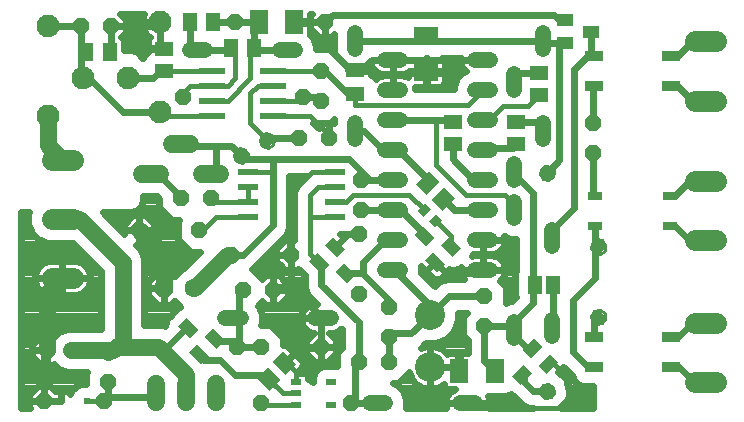
<source format=gbl>
G75*
%MOIN*%
%OFA0B0*%
%FSLAX25Y25*%
%IPPOS*%
%LPD*%
%AMOC8*
5,1,8,0,0,1.08239X$1,22.5*
%
%ADD10R,0.02362X0.02362*%
%ADD11OC8,0.05200*%
%ADD12C,0.05200*%
%ADD13OC8,0.06300*%
%ADD14C,0.06300*%
%ADD15OC8,0.05600*%
%ADD16C,0.07600*%
%ADD17C,0.01120*%
%ADD18C,0.05200*%
%ADD19R,0.06299X0.05118*%
%ADD20R,0.08661X0.02362*%
%ADD21R,0.05906X0.07874*%
%ADD22C,0.07050*%
%ADD23R,0.05118X0.06299*%
%ADD24R,0.05906X0.05118*%
%ADD25R,0.02756X0.03543*%
%ADD26C,0.06000*%
%ADD27R,0.04600X0.06300*%
%ADD28R,0.07087X0.02362*%
%ADD29R,0.03937X0.05512*%
%ADD30R,0.05118X0.05906*%
%ADD31R,0.06299X0.03543*%
%ADD32R,0.03600X0.02100*%
%ADD33R,0.05512X0.03937*%
%ADD34R,0.07874X0.05906*%
%ADD35R,0.04724X0.03150*%
%ADD36C,0.10000*%
%ADD37C,0.05600*%
%ADD38C,0.02400*%
%ADD39C,0.01600*%
D10*
X0064599Y0048155D03*
X0073260Y0048155D03*
D11*
X0059930Y0065030D03*
D12*
X0067930Y0065030D03*
D13*
X0098930Y0085655D03*
D14*
X0108930Y0085655D03*
D15*
X0125180Y0085030D03*
X0135180Y0085030D03*
X0141430Y0096905D03*
X0121430Y0096905D03*
X0110805Y0105030D03*
X0114555Y0115655D03*
X0104555Y0115655D03*
X0090805Y0105030D03*
X0076430Y0073780D03*
X0080180Y0064405D03*
X0080180Y0054405D03*
X0078930Y0048155D03*
X0058930Y0048155D03*
X0093305Y0066280D03*
X0123305Y0066280D03*
X0131430Y0066280D03*
X0151430Y0066280D03*
X0163930Y0061280D03*
X0173930Y0061280D03*
X0173930Y0069405D03*
X0173930Y0079405D03*
X0163930Y0083780D03*
X0163930Y0103780D03*
X0164555Y0111905D03*
X0164555Y0121905D03*
X0153930Y0135655D03*
X0143930Y0135655D03*
X0151430Y0148155D03*
X0145180Y0149405D03*
X0151430Y0158155D03*
X0152680Y0174405D03*
X0122680Y0174405D03*
X0105180Y0149405D03*
X0081430Y0173155D03*
X0071430Y0173155D03*
X0205805Y0083155D03*
X0205805Y0073155D03*
X0161430Y0047530D03*
X0131430Y0047530D03*
X0242055Y0130655D03*
X0242055Y0140655D03*
D16*
X0097680Y0144405D03*
X0087055Y0155655D03*
X0072055Y0155655D03*
X0060180Y0143155D03*
X0060180Y0173155D03*
X0097680Y0174405D03*
D17*
X0131417Y0135273D02*
X0130857Y0134713D01*
X0131338Y0136506D01*
X0132943Y0137433D01*
X0134736Y0136952D01*
X0135663Y0135347D01*
X0135182Y0133554D01*
X0133577Y0132627D01*
X0131784Y0133108D01*
X0130857Y0134713D01*
X0131759Y0134832D01*
X0132059Y0135952D01*
X0133062Y0136531D01*
X0134182Y0136231D01*
X0134761Y0135228D01*
X0134461Y0134108D01*
X0133458Y0133529D01*
X0132338Y0133829D01*
X0131759Y0134832D01*
X0132660Y0134951D01*
X0132780Y0135399D01*
X0133181Y0135630D01*
X0133629Y0135510D01*
X0133860Y0135109D01*
X0133740Y0134661D01*
X0133339Y0134430D01*
X0132891Y0134550D01*
X0132660Y0134951D01*
X0122756Y0130273D02*
X0122196Y0129713D01*
X0122677Y0131506D01*
X0124282Y0132433D01*
X0126075Y0131952D01*
X0127002Y0130347D01*
X0126521Y0128554D01*
X0124916Y0127627D01*
X0123123Y0128108D01*
X0122196Y0129713D01*
X0123098Y0129832D01*
X0123398Y0130952D01*
X0124401Y0131531D01*
X0125521Y0131231D01*
X0126100Y0130228D01*
X0125800Y0129108D01*
X0124797Y0128529D01*
X0123677Y0128829D01*
X0123098Y0129832D01*
X0123999Y0129951D01*
X0124119Y0130399D01*
X0124520Y0130630D01*
X0124968Y0130510D01*
X0125199Y0130109D01*
X0125079Y0129661D01*
X0124678Y0129430D01*
X0124230Y0129550D01*
X0123999Y0129951D01*
X0226611Y0125998D02*
X0226051Y0126558D01*
X0227879Y0126236D01*
X0228942Y0124717D01*
X0228620Y0122889D01*
X0227101Y0121826D01*
X0225273Y0122148D01*
X0224210Y0123667D01*
X0224532Y0125495D01*
X0226051Y0126558D01*
X0226248Y0125670D01*
X0227390Y0125469D01*
X0228054Y0124520D01*
X0227853Y0123378D01*
X0226904Y0122714D01*
X0225762Y0122915D01*
X0225098Y0123864D01*
X0225299Y0125006D01*
X0226248Y0125670D01*
X0226445Y0124783D01*
X0226902Y0124702D01*
X0227167Y0124323D01*
X0227086Y0123866D01*
X0226707Y0123601D01*
X0226250Y0123682D01*
X0225985Y0124061D01*
X0226066Y0124518D01*
X0226445Y0124783D01*
X0243818Y0101424D02*
X0243258Y0101984D01*
X0245086Y0101662D01*
X0246149Y0100143D01*
X0245827Y0098315D01*
X0244308Y0097252D01*
X0242480Y0097574D01*
X0241417Y0099093D01*
X0241739Y0100921D01*
X0243258Y0101984D01*
X0243455Y0101096D01*
X0244597Y0100895D01*
X0245261Y0099946D01*
X0245060Y0098804D01*
X0244111Y0098140D01*
X0242969Y0098341D01*
X0242305Y0099290D01*
X0242506Y0100432D01*
X0243455Y0101096D01*
X0243652Y0100209D01*
X0244109Y0100128D01*
X0244374Y0099749D01*
X0244293Y0099292D01*
X0243914Y0099027D01*
X0243457Y0099108D01*
X0243192Y0099487D01*
X0243273Y0099944D01*
X0243652Y0100209D01*
X0242299Y0075324D02*
X0241739Y0074764D01*
X0241417Y0076592D01*
X0242480Y0078111D01*
X0244308Y0078433D01*
X0245827Y0077370D01*
X0246149Y0075542D01*
X0245086Y0074023D01*
X0243258Y0073701D01*
X0241739Y0074764D01*
X0242506Y0075253D01*
X0242305Y0076395D01*
X0242969Y0077344D01*
X0244111Y0077545D01*
X0245060Y0076881D01*
X0245261Y0075739D01*
X0244597Y0074790D01*
X0243455Y0074589D01*
X0242506Y0075253D01*
X0243273Y0075741D01*
X0243192Y0076198D01*
X0243457Y0076577D01*
X0243914Y0076658D01*
X0244293Y0076393D01*
X0244374Y0075936D01*
X0244109Y0075557D01*
X0243652Y0075476D01*
X0243273Y0075741D01*
X0225092Y0050750D02*
X0224532Y0050190D01*
X0224210Y0052018D01*
X0225273Y0053537D01*
X0227101Y0053859D01*
X0228620Y0052796D01*
X0228942Y0050968D01*
X0227879Y0049449D01*
X0226051Y0049127D01*
X0224532Y0050190D01*
X0225299Y0050679D01*
X0225098Y0051821D01*
X0225762Y0052770D01*
X0226904Y0052971D01*
X0227853Y0052307D01*
X0228054Y0051165D01*
X0227390Y0050216D01*
X0226248Y0050015D01*
X0225299Y0050679D01*
X0226066Y0051167D01*
X0225985Y0051624D01*
X0226250Y0052003D01*
X0226707Y0052084D01*
X0227086Y0051819D01*
X0227167Y0051362D01*
X0226902Y0050983D01*
X0226445Y0050902D01*
X0226066Y0051167D01*
D18*
X0202780Y0047530D02*
X0197580Y0047530D01*
X0172780Y0047530D02*
X0167580Y0047530D01*
X0154655Y0075655D02*
X0149455Y0075655D01*
X0124655Y0075655D02*
X0119455Y0075655D01*
X0172580Y0091905D02*
X0177780Y0091905D01*
X0177780Y0101905D02*
X0172580Y0101905D01*
X0172580Y0111905D02*
X0177780Y0111905D01*
X0177780Y0121905D02*
X0172580Y0121905D01*
X0172580Y0131905D02*
X0177780Y0131905D01*
X0177780Y0141905D02*
X0172580Y0141905D01*
X0162680Y0140755D02*
X0162680Y0135555D01*
X0172580Y0151905D02*
X0177780Y0151905D01*
X0177780Y0161905D02*
X0172580Y0161905D01*
X0162680Y0165555D02*
X0162680Y0170755D01*
X0142780Y0165030D02*
X0137580Y0165030D01*
X0112780Y0165030D02*
X0107580Y0165030D01*
X0202580Y0161905D02*
X0207780Y0161905D01*
X0215805Y0157005D02*
X0215805Y0151805D01*
X0207780Y0151905D02*
X0202580Y0151905D01*
X0202580Y0141905D02*
X0207780Y0141905D01*
X0207780Y0131905D02*
X0202580Y0131905D01*
X0215805Y0127005D02*
X0215805Y0121805D01*
X0207780Y0121905D02*
X0202580Y0121905D01*
X0215805Y0114505D02*
X0215805Y0109305D01*
X0207780Y0111905D02*
X0202580Y0111905D01*
X0202580Y0101905D02*
X0207780Y0101905D01*
X0207780Y0091905D02*
X0202580Y0091905D01*
X0228305Y0099930D02*
X0228305Y0105130D01*
X0225180Y0135555D02*
X0225180Y0140755D01*
X0225180Y0165555D02*
X0225180Y0170755D01*
X0228305Y0075130D02*
X0228305Y0069930D01*
X0215805Y0069305D02*
X0215805Y0074505D01*
D19*
X0162680Y0150468D03*
X0162680Y0158342D03*
D20*
X0135416Y0158155D03*
X0135416Y0153155D03*
X0135416Y0148155D03*
X0135416Y0143155D03*
X0114943Y0143155D03*
X0114943Y0148155D03*
X0114943Y0153155D03*
X0114943Y0158155D03*
D21*
X0130524Y0174405D03*
X0142335Y0174405D03*
X0197399Y0058155D03*
X0209210Y0058155D03*
D22*
X0276030Y0054563D02*
X0283080Y0054563D01*
X0283080Y0074248D02*
X0276030Y0074248D01*
X0276030Y0101750D02*
X0283080Y0101750D01*
X0283080Y0121435D02*
X0276030Y0121435D01*
X0276030Y0148313D02*
X0283080Y0148313D01*
X0283080Y0167998D02*
X0276030Y0167998D01*
X0068626Y0128465D02*
X0061576Y0128465D01*
X0061576Y0108780D02*
X0068626Y0108780D01*
X0068626Y0089095D02*
X0061576Y0089095D01*
D23*
X0073118Y0164405D03*
X0080992Y0164405D03*
X0107493Y0174405D03*
X0115367Y0174405D03*
X0121243Y0165655D03*
X0129117Y0165655D03*
D24*
X0098930Y0165645D03*
X0098930Y0158165D03*
X0195180Y0141270D03*
X0195180Y0133790D03*
X0216430Y0133790D03*
X0216430Y0141270D03*
X0223930Y0150040D03*
X0223930Y0157520D03*
D25*
G36*
X0186147Y0114066D02*
X0188096Y0112117D01*
X0185593Y0109614D01*
X0183644Y0111563D01*
X0186147Y0114066D01*
G37*
G36*
X0189766Y0110447D02*
X0191715Y0108498D01*
X0189212Y0105995D01*
X0187263Y0107944D01*
X0189766Y0110447D01*
G37*
D26*
X0117555Y0123780D02*
X0111555Y0123780D01*
X0097555Y0123780D02*
X0091555Y0123780D01*
X0101555Y0133780D02*
X0107555Y0133780D01*
X0106430Y0053655D02*
X0106430Y0047655D01*
X0116430Y0047655D02*
X0116430Y0053655D01*
X0096430Y0053655D02*
X0096430Y0047655D01*
D27*
X0222805Y0086905D03*
X0228805Y0086905D03*
D28*
X0155997Y0109405D03*
X0155997Y0114405D03*
X0155997Y0119405D03*
X0155997Y0124405D03*
X0126863Y0124405D03*
X0126863Y0119405D03*
X0126863Y0114405D03*
X0126863Y0109405D03*
D29*
G36*
X0154063Y0093641D02*
X0151280Y0090858D01*
X0147383Y0094755D01*
X0150166Y0097538D01*
X0154063Y0093641D01*
G37*
G36*
X0162832Y0090161D02*
X0160049Y0087378D01*
X0156152Y0091275D01*
X0158935Y0094058D01*
X0162832Y0090161D01*
G37*
G36*
X0159352Y0098930D02*
X0156569Y0096147D01*
X0152672Y0100044D01*
X0155455Y0102827D01*
X0159352Y0098930D01*
G37*
G36*
X0182527Y0103649D02*
X0185310Y0106432D01*
X0189207Y0102535D01*
X0186424Y0099752D01*
X0182527Y0103649D01*
G37*
G36*
X0186007Y0094880D02*
X0188790Y0097663D01*
X0192687Y0093766D01*
X0189904Y0090983D01*
X0186007Y0094880D01*
G37*
G36*
X0191297Y0100170D02*
X0194080Y0102953D01*
X0197977Y0099056D01*
X0195194Y0096273D01*
X0191297Y0100170D01*
G37*
G36*
X0221290Y0062397D02*
X0218507Y0065180D01*
X0222404Y0069077D01*
X0225187Y0066294D01*
X0221290Y0062397D01*
G37*
G36*
X0226580Y0057108D02*
X0223797Y0059891D01*
X0227694Y0063788D01*
X0230477Y0061005D01*
X0226580Y0057108D01*
G37*
G36*
X0217810Y0053628D02*
X0215027Y0056411D01*
X0218924Y0060308D01*
X0221707Y0057525D01*
X0217810Y0053628D01*
G37*
G36*
X0112547Y0069545D02*
X0115330Y0072328D01*
X0119227Y0068431D01*
X0116444Y0065648D01*
X0112547Y0069545D01*
G37*
G36*
X0103777Y0073024D02*
X0106560Y0075807D01*
X0110457Y0071910D01*
X0107674Y0069127D01*
X0103777Y0073024D01*
G37*
G36*
X0107257Y0064255D02*
X0110040Y0067038D01*
X0113937Y0063141D01*
X0111154Y0060358D01*
X0107257Y0064255D01*
G37*
D30*
G36*
X0129888Y0055788D02*
X0133507Y0059407D01*
X0137682Y0055232D01*
X0134063Y0051613D01*
X0129888Y0055788D01*
G37*
G36*
X0135177Y0061078D02*
X0138796Y0064697D01*
X0142971Y0060522D01*
X0139352Y0056903D01*
X0135177Y0061078D01*
G37*
G36*
X0191921Y0111613D02*
X0188302Y0115232D01*
X0192477Y0119407D01*
X0196096Y0115788D01*
X0191921Y0111613D01*
G37*
G36*
X0186632Y0116903D02*
X0183013Y0120522D01*
X0187188Y0124697D01*
X0190807Y0121078D01*
X0186632Y0116903D01*
G37*
D31*
X0242384Y0153155D03*
X0242384Y0163155D03*
X0267975Y0163155D03*
X0267975Y0153155D03*
X0267975Y0069405D03*
X0267975Y0059405D03*
X0242384Y0059405D03*
X0242384Y0069405D03*
D32*
X0154730Y0054355D03*
X0154730Y0046955D03*
X0143130Y0046955D03*
X0143130Y0050655D03*
X0143130Y0054355D03*
D33*
X0232724Y0167540D03*
X0232724Y0175020D03*
X0241385Y0171280D03*
D34*
X0186430Y0169686D03*
X0186430Y0157875D03*
D35*
X0242778Y0116593D03*
X0242778Y0106593D03*
X0267581Y0106593D03*
X0267581Y0116593D03*
D36*
X0187680Y0076905D03*
X0187680Y0059405D03*
D37*
X0121430Y0096905D02*
X0120180Y0096905D01*
X0108930Y0085655D01*
X0098930Y0085655D02*
X0098930Y0096905D01*
X0090805Y0105030D01*
X0085180Y0094405D02*
X0085180Y0066905D01*
X0083930Y0066905D01*
X0083930Y0066280D01*
X0083305Y0066280D02*
X0083930Y0066905D01*
X0083305Y0066280D02*
X0082055Y0065030D01*
X0080805Y0065030D01*
X0080180Y0064405D01*
X0080805Y0065030D02*
X0067930Y0065030D01*
X0059930Y0065030D02*
X0059930Y0073780D01*
X0076430Y0073780D01*
X0083305Y0066280D02*
X0093305Y0066280D01*
X0097055Y0066280D01*
X0098617Y0064718D01*
X0106430Y0056905D01*
X0106430Y0050655D01*
X0059930Y0073780D02*
X0059930Y0083924D01*
X0065101Y0089095D01*
X0070805Y0108780D02*
X0085180Y0094405D01*
X0070805Y0108780D02*
X0065101Y0108780D01*
X0065101Y0128465D02*
X0060180Y0133386D01*
X0060180Y0143155D01*
D38*
X0051430Y0111255D02*
X0051430Y0045855D01*
X0054159Y0045855D01*
X0053930Y0046084D01*
X0053930Y0048155D01*
X0058929Y0048155D01*
X0058929Y0048155D01*
X0053930Y0048155D01*
X0053930Y0050226D01*
X0056859Y0053155D01*
X0058930Y0053155D01*
X0058930Y0048155D01*
X0058930Y0048155D01*
X0064599Y0048155D01*
X0064599Y0048155D01*
X0064599Y0048155D01*
X0064599Y0051536D01*
X0066070Y0051536D01*
X0066629Y0051386D01*
X0067131Y0051097D01*
X0067540Y0050687D01*
X0067736Y0050348D01*
X0068349Y0051829D01*
X0069587Y0053066D01*
X0071204Y0053736D01*
X0072980Y0053736D01*
X0072980Y0057388D01*
X0073422Y0057830D01*
X0066497Y0057830D01*
X0063851Y0058926D01*
X0062233Y0060545D01*
X0061918Y0060230D01*
X0059930Y0060230D01*
X0059930Y0065030D01*
X0059930Y0065030D01*
X0058930Y0065030D01*
X0058930Y0048155D01*
X0063930Y0048155D01*
X0064599Y0048155D01*
X0064599Y0051536D01*
X0063128Y0051536D01*
X0062727Y0051429D01*
X0061001Y0053155D01*
X0058930Y0053155D01*
X0058930Y0048155D01*
X0058930Y0048155D01*
X0058930Y0050249D02*
X0058930Y0050249D01*
X0058930Y0052648D02*
X0058930Y0052648D01*
X0061508Y0052648D02*
X0069168Y0052648D01*
X0072980Y0055046D02*
X0051430Y0055046D01*
X0051430Y0052648D02*
X0056351Y0052648D01*
X0053953Y0050249D02*
X0051430Y0050249D01*
X0051430Y0047851D02*
X0053930Y0047851D01*
X0051430Y0057445D02*
X0073037Y0057445D01*
X0080180Y0054405D02*
X0080180Y0049405D01*
X0095180Y0049405D01*
X0096430Y0050655D01*
X0080180Y0049405D02*
X0078930Y0048155D01*
X0064599Y0050249D02*
X0064599Y0050249D01*
X0062934Y0059843D02*
X0051430Y0059843D01*
X0051430Y0062242D02*
X0055930Y0062242D01*
X0055130Y0063042D02*
X0057941Y0060230D01*
X0059930Y0060230D01*
X0059930Y0065030D01*
X0059930Y0065030D01*
X0059930Y0069830D01*
X0061918Y0069830D01*
X0062233Y0069515D01*
X0063851Y0071134D01*
X0066497Y0072230D01*
X0077980Y0072230D01*
X0077980Y0091423D01*
X0068547Y0100855D01*
X0059999Y0100855D01*
X0057087Y0102062D01*
X0054857Y0104291D01*
X0053651Y0107204D01*
X0053651Y0110357D01*
X0054023Y0111255D01*
X0051430Y0111255D01*
X0051430Y0110212D02*
X0053651Y0110212D01*
X0053651Y0107814D02*
X0051430Y0107814D01*
X0051430Y0105415D02*
X0054392Y0105415D01*
X0056132Y0103016D02*
X0051430Y0103016D01*
X0051430Y0100618D02*
X0068784Y0100618D01*
X0071183Y0098219D02*
X0051430Y0098219D01*
X0051430Y0095821D02*
X0073582Y0095821D01*
X0072355Y0093462D02*
X0071626Y0093992D01*
X0070824Y0094401D01*
X0069966Y0094679D01*
X0069076Y0094820D01*
X0065101Y0094820D01*
X0065101Y0089095D01*
X0065101Y0083370D01*
X0069076Y0083370D01*
X0069966Y0083511D01*
X0070824Y0083790D01*
X0071626Y0084199D01*
X0072355Y0084728D01*
X0072993Y0085366D01*
X0073522Y0086095D01*
X0073931Y0086898D01*
X0074210Y0087755D01*
X0074351Y0088645D01*
X0074351Y0089095D01*
X0065101Y0089095D01*
X0065101Y0089095D01*
X0065101Y0089095D01*
X0065101Y0083370D01*
X0061125Y0083370D01*
X0060235Y0083511D01*
X0059378Y0083790D01*
X0058575Y0084199D01*
X0057846Y0084728D01*
X0057209Y0085366D01*
X0056679Y0086095D01*
X0056270Y0086898D01*
X0055992Y0087755D01*
X0055851Y0088645D01*
X0055851Y0089095D01*
X0065101Y0089095D01*
X0074351Y0089095D01*
X0074351Y0089546D01*
X0074210Y0090436D01*
X0073931Y0091293D01*
X0073522Y0092096D01*
X0072993Y0092825D01*
X0072355Y0093462D01*
X0072395Y0093422D02*
X0075980Y0093422D01*
X0074019Y0091024D02*
X0077980Y0091024D01*
X0077980Y0088625D02*
X0074348Y0088625D01*
X0073590Y0086227D02*
X0077980Y0086227D01*
X0077980Y0083828D02*
X0070900Y0083828D01*
X0065101Y0083828D02*
X0065101Y0083828D01*
X0065101Y0086227D02*
X0065101Y0086227D01*
X0065101Y0088625D02*
X0065101Y0088625D01*
X0065101Y0089095D02*
X0065101Y0089095D01*
X0065101Y0089095D01*
X0055851Y0089095D01*
X0055851Y0089546D01*
X0055992Y0090436D01*
X0056270Y0091293D01*
X0056679Y0092096D01*
X0057209Y0092825D01*
X0057846Y0093462D01*
X0058575Y0093992D01*
X0059378Y0094401D01*
X0060235Y0094679D01*
X0061125Y0094820D01*
X0065101Y0094820D01*
X0065101Y0089095D01*
X0065101Y0091024D02*
X0065101Y0091024D01*
X0065101Y0093422D02*
X0065101Y0093422D01*
X0057807Y0093422D02*
X0051430Y0093422D01*
X0051430Y0091024D02*
X0056183Y0091024D01*
X0055854Y0088625D02*
X0051430Y0088625D01*
X0051430Y0086227D02*
X0056612Y0086227D01*
X0059302Y0083828D02*
X0051430Y0083828D01*
X0051430Y0081430D02*
X0077980Y0081430D01*
X0077980Y0079031D02*
X0051430Y0079031D01*
X0051430Y0076633D02*
X0077980Y0076633D01*
X0077980Y0074234D02*
X0051430Y0074234D01*
X0051430Y0071836D02*
X0065545Y0071836D01*
X0059930Y0069830D02*
X0057941Y0069830D01*
X0055130Y0067018D01*
X0055130Y0065030D01*
X0055130Y0063042D01*
X0055130Y0064640D02*
X0051430Y0064640D01*
X0051430Y0067039D02*
X0055150Y0067039D01*
X0055130Y0065030D02*
X0059929Y0065030D01*
X0055130Y0065030D01*
X0059929Y0065030D02*
X0059929Y0065030D01*
X0059930Y0065030D02*
X0059930Y0069830D01*
X0059930Y0069437D02*
X0059930Y0069437D01*
X0057549Y0069437D02*
X0051430Y0069437D01*
X0059930Y0067039D02*
X0059930Y0067039D01*
X0059930Y0064640D02*
X0059930Y0064640D01*
X0059930Y0062242D02*
X0059930Y0062242D01*
X0092380Y0073480D02*
X0092380Y0095837D01*
X0091283Y0098484D01*
X0089737Y0100030D01*
X0090805Y0100030D01*
X0092876Y0100030D01*
X0095805Y0102959D01*
X0095805Y0105030D01*
X0090805Y0105030D01*
X0090805Y0105030D01*
X0090805Y0100030D01*
X0090805Y0105030D01*
X0090805Y0105030D01*
X0095805Y0105030D01*
X0095805Y0107101D01*
X0092876Y0110030D01*
X0090805Y0110030D01*
X0090805Y0105030D01*
X0090805Y0105030D01*
X0090804Y0105030D02*
X0085805Y0105030D01*
X0085805Y0103962D01*
X0078512Y0111255D01*
X0088305Y0111255D01*
X0089922Y0111925D01*
X0091160Y0113163D01*
X0091830Y0114780D01*
X0091830Y0116380D01*
X0096535Y0116380D01*
X0097355Y0115561D01*
X0097355Y0112673D01*
X0101572Y0108455D01*
X0104047Y0108455D01*
X0103605Y0108013D01*
X0103605Y0102048D01*
X0107822Y0097830D01*
X0110922Y0097830D01*
X0105498Y0092406D01*
X0104653Y0092056D01*
X0102529Y0089932D01*
X0102438Y0089713D01*
X0101146Y0091005D01*
X0098930Y0091005D01*
X0098930Y0085655D01*
X0098930Y0080305D01*
X0101146Y0080305D01*
X0102438Y0081598D01*
X0102529Y0081378D01*
X0104281Y0079626D01*
X0104068Y0079538D01*
X0100047Y0075517D01*
X0099377Y0073899D01*
X0099377Y0073397D01*
X0099175Y0073195D01*
X0098487Y0073480D01*
X0092380Y0073480D01*
X0092380Y0074234D02*
X0099515Y0074234D01*
X0101163Y0076633D02*
X0092380Y0076633D01*
X0092380Y0079031D02*
X0103561Y0079031D01*
X0102508Y0081430D02*
X0102270Y0081430D01*
X0098930Y0081430D02*
X0098930Y0081430D01*
X0098930Y0080305D02*
X0096714Y0080305D01*
X0093580Y0083439D01*
X0093580Y0085655D01*
X0098929Y0085655D01*
X0098929Y0085655D01*
X0093580Y0085655D01*
X0093580Y0087871D01*
X0096714Y0091005D01*
X0098930Y0091005D01*
X0098930Y0085655D01*
X0098930Y0085655D01*
X0098930Y0080305D01*
X0095589Y0081430D02*
X0092380Y0081430D01*
X0092380Y0083828D02*
X0093580Y0083828D01*
X0093580Y0086227D02*
X0092380Y0086227D01*
X0092380Y0088625D02*
X0094334Y0088625D01*
X0092380Y0091024D02*
X0103621Y0091024D01*
X0106515Y0093422D02*
X0092380Y0093422D01*
X0092380Y0095821D02*
X0108913Y0095821D01*
X0107433Y0098219D02*
X0091393Y0098219D01*
X0090805Y0100618D02*
X0090805Y0100618D01*
X0090805Y0103016D02*
X0090805Y0103016D01*
X0090804Y0105030D02*
X0090804Y0105030D01*
X0085805Y0105030D01*
X0085805Y0107101D01*
X0088734Y0110030D01*
X0090805Y0110030D01*
X0090805Y0105030D01*
X0090805Y0105415D02*
X0090805Y0105415D01*
X0090805Y0107814D02*
X0090805Y0107814D01*
X0095092Y0107814D02*
X0103605Y0107814D01*
X0103605Y0105415D02*
X0095805Y0105415D01*
X0095805Y0103016D02*
X0103605Y0103016D01*
X0105034Y0100618D02*
X0093463Y0100618D01*
X0085805Y0105415D02*
X0084352Y0105415D01*
X0086517Y0107814D02*
X0081954Y0107814D01*
X0079555Y0110212D02*
X0099815Y0110212D01*
X0097417Y0112611D02*
X0090607Y0112611D01*
X0091830Y0115009D02*
X0097355Y0115009D01*
X0104555Y0115655D02*
X0104555Y0116280D01*
X0097055Y0123780D01*
X0094555Y0123780D01*
X0104555Y0133155D02*
X0104555Y0133780D01*
X0104555Y0133155D02*
X0116430Y0133155D01*
X0121474Y0133155D01*
X0124599Y0130030D01*
X0124599Y0128780D01*
X0135180Y0128780D01*
X0135180Y0125655D01*
X0135180Y0106905D01*
X0125180Y0096905D01*
X0121430Y0096905D01*
X0128269Y0092123D02*
X0128352Y0092158D01*
X0129927Y0093733D01*
X0139927Y0103733D01*
X0140780Y0105791D01*
X0140780Y0123180D01*
X0146601Y0123180D01*
X0143271Y0119851D01*
X0142480Y0117940D01*
X0142480Y0101905D01*
X0141430Y0101905D01*
X0141430Y0096905D01*
X0141430Y0091905D01*
X0143501Y0091905D01*
X0143755Y0092159D01*
X0145830Y0090084D01*
X0145830Y0085791D01*
X0146682Y0083733D01*
X0148257Y0082158D01*
X0149960Y0080455D01*
X0149077Y0080455D01*
X0148331Y0080337D01*
X0147612Y0080104D01*
X0146939Y0079761D01*
X0146328Y0079316D01*
X0145793Y0078782D01*
X0145349Y0078171D01*
X0145006Y0077498D01*
X0144773Y0076779D01*
X0144655Y0076033D01*
X0144655Y0075655D01*
X0144655Y0075277D01*
X0144773Y0074531D01*
X0145006Y0073813D01*
X0145349Y0073139D01*
X0145793Y0072528D01*
X0146328Y0071994D01*
X0146939Y0071550D01*
X0147612Y0071207D01*
X0148331Y0070973D01*
X0148953Y0070875D01*
X0146430Y0068351D01*
X0146430Y0066280D01*
X0146430Y0064209D01*
X0149359Y0061280D01*
X0151430Y0061280D01*
X0153501Y0061280D01*
X0156430Y0064209D01*
X0156430Y0066280D01*
X0151430Y0066280D01*
X0151430Y0066280D01*
X0151430Y0061280D01*
X0151430Y0066280D01*
X0151430Y0066280D01*
X0156430Y0066280D01*
X0156430Y0068351D01*
X0153926Y0070855D01*
X0155032Y0070855D01*
X0155779Y0070973D01*
X0156497Y0071207D01*
X0157170Y0071550D01*
X0157782Y0071994D01*
X0158101Y0072314D01*
X0158330Y0072086D01*
X0158330Y0065863D01*
X0156730Y0064263D01*
X0156730Y0059805D01*
X0152054Y0059805D01*
X0150437Y0059135D01*
X0149199Y0057898D01*
X0148530Y0056280D01*
X0148530Y0054328D01*
X0147422Y0055435D01*
X0147130Y0055556D01*
X0147130Y0055695D01*
X0146980Y0056254D01*
X0146690Y0056756D01*
X0146280Y0057166D01*
X0145779Y0057455D01*
X0145219Y0057605D01*
X0143167Y0057605D01*
X0144732Y0059171D01*
X0145022Y0059672D01*
X0145172Y0060232D01*
X0145172Y0060811D01*
X0145022Y0061371D01*
X0144732Y0061872D01*
X0142496Y0064109D01*
X0139187Y0060800D01*
X0139074Y0060912D01*
X0142383Y0064221D01*
X0140147Y0066458D01*
X0139645Y0066747D01*
X0139086Y0066897D01*
X0138630Y0066897D01*
X0138630Y0069263D01*
X0134412Y0073480D01*
X0131330Y0073480D01*
X0131655Y0074263D01*
X0131655Y0077048D01*
X0130589Y0079620D01*
X0130270Y0079939D01*
X0131735Y0081404D01*
X0133109Y0080030D01*
X0135180Y0080030D01*
X0137251Y0080030D01*
X0140180Y0082959D01*
X0140180Y0085030D01*
X0135180Y0085030D01*
X0135180Y0085030D01*
X0135180Y0080030D01*
X0135180Y0085030D01*
X0135180Y0085030D01*
X0140180Y0085030D01*
X0140180Y0087101D01*
X0137251Y0090030D01*
X0135180Y0090030D01*
X0135180Y0085030D01*
X0135180Y0086280D01*
X0141430Y0086280D01*
X0141430Y0096905D01*
X0141430Y0096905D01*
X0141430Y0095655D01*
X0141430Y0095821D02*
X0141430Y0095821D01*
X0141430Y0096905D02*
X0141430Y0091905D01*
X0139359Y0091905D01*
X0136430Y0094834D01*
X0136430Y0096905D01*
X0141429Y0096905D01*
X0141429Y0096905D01*
X0136430Y0096905D01*
X0136430Y0098976D01*
X0139359Y0101905D01*
X0141430Y0101905D01*
X0141430Y0096905D01*
X0141430Y0096905D01*
X0141430Y0098219D02*
X0141430Y0098219D01*
X0141430Y0100618D02*
X0141430Y0100618D01*
X0142480Y0103016D02*
X0139210Y0103016D01*
X0138071Y0100618D02*
X0136812Y0100618D01*
X0136430Y0098219D02*
X0134413Y0098219D01*
X0136430Y0095821D02*
X0132015Y0095821D01*
X0129616Y0093422D02*
X0137841Y0093422D01*
X0141430Y0093422D02*
X0141430Y0093422D01*
X0144890Y0091024D02*
X0129368Y0091024D01*
X0128269Y0092123D02*
X0131735Y0088657D01*
X0133109Y0090030D01*
X0135180Y0090030D01*
X0135180Y0085030D01*
X0135180Y0085030D01*
X0135180Y0086227D02*
X0135180Y0086227D01*
X0135180Y0088625D02*
X0135180Y0088625D01*
X0138655Y0088625D02*
X0145830Y0088625D01*
X0145830Y0086227D02*
X0140180Y0086227D01*
X0141430Y0086280D02*
X0152055Y0075655D01*
X0151430Y0075655D01*
X0151430Y0066280D01*
X0150805Y0065655D01*
X0143305Y0065655D01*
X0143305Y0065030D01*
X0139074Y0060800D01*
X0140404Y0062242D02*
X0140629Y0062242D01*
X0141964Y0064640D02*
X0146430Y0064640D01*
X0146430Y0066280D02*
X0151429Y0066280D01*
X0151429Y0066280D01*
X0146430Y0066280D01*
X0146430Y0067039D02*
X0138630Y0067039D01*
X0138455Y0069437D02*
X0147516Y0069437D01*
X0146545Y0071836D02*
X0136056Y0071836D01*
X0131643Y0074234D02*
X0144869Y0074234D01*
X0144655Y0075655D02*
X0152054Y0075655D01*
X0152054Y0075655D01*
X0144655Y0075655D01*
X0144750Y0076633D02*
X0131655Y0076633D01*
X0130833Y0079031D02*
X0146043Y0079031D01*
X0148985Y0081430D02*
X0138650Y0081430D01*
X0140180Y0083828D02*
X0146643Y0083828D01*
X0151430Y0086905D02*
X0151430Y0093491D01*
X0150723Y0094198D01*
X0156012Y0099487D02*
X0160305Y0103780D01*
X0163930Y0103780D01*
X0163929Y0103780D02*
X0158930Y0103780D01*
X0158930Y0102465D01*
X0157570Y0103824D01*
X0158930Y0103824D01*
X0158930Y0103780D01*
X0163929Y0103780D01*
X0163929Y0103780D01*
X0158930Y0103016D02*
X0158378Y0103016D01*
X0164555Y0111905D02*
X0175180Y0111905D01*
X0177680Y0111905D01*
X0185867Y0103717D01*
X0185867Y0103092D01*
X0175180Y0101905D02*
X0172680Y0101905D01*
X0165180Y0094405D01*
X0165180Y0090781D01*
X0165117Y0090718D01*
X0159492Y0090718D01*
X0165117Y0090718D02*
X0173930Y0081905D01*
X0173930Y0079405D01*
X0163930Y0074405D02*
X0151430Y0086905D01*
X0135180Y0083828D02*
X0135180Y0083828D01*
X0135180Y0081430D02*
X0135180Y0081430D01*
X0125180Y0085030D02*
X0123930Y0085030D01*
X0123930Y0075655D01*
X0122055Y0075655D01*
X0123930Y0075655D02*
X0123930Y0068155D01*
X0115887Y0068155D01*
X0115887Y0068988D01*
X0110597Y0063698D02*
X0112390Y0061905D01*
X0117680Y0061905D01*
X0122680Y0056905D01*
X0132390Y0056905D01*
X0133785Y0055510D01*
X0145068Y0059843D02*
X0156730Y0059843D01*
X0156730Y0062242D02*
X0154462Y0062242D01*
X0151430Y0062242D02*
X0151430Y0062242D01*
X0151430Y0064640D02*
X0151430Y0064640D01*
X0148397Y0062242D02*
X0144363Y0062242D01*
X0145797Y0057445D02*
X0149012Y0057445D01*
X0148530Y0055046D02*
X0147811Y0055046D01*
X0156430Y0064640D02*
X0157107Y0064640D01*
X0156430Y0067039D02*
X0158330Y0067039D01*
X0158330Y0069437D02*
X0155344Y0069437D01*
X0157564Y0071836D02*
X0158330Y0071836D01*
X0163930Y0074405D02*
X0163930Y0061280D01*
X0162680Y0060030D01*
X0162680Y0047530D01*
X0161430Y0047530D01*
X0162680Y0047530D02*
X0170180Y0047530D01*
X0175258Y0054080D02*
X0176912Y0054080D01*
X0180651Y0057819D01*
X0180847Y0057086D01*
X0181208Y0056214D01*
X0181680Y0055396D01*
X0182255Y0054648D01*
X0182922Y0053980D01*
X0183671Y0053406D01*
X0184488Y0052934D01*
X0185360Y0052573D01*
X0186272Y0052328D01*
X0187208Y0052205D01*
X0187680Y0052205D01*
X0187680Y0059405D01*
X0187680Y0059405D01*
X0197399Y0059405D01*
X0197399Y0058155D01*
X0197123Y0058432D02*
X0197123Y0064292D01*
X0194157Y0064292D01*
X0193597Y0064142D01*
X0193267Y0063951D01*
X0193104Y0064163D01*
X0192437Y0064830D01*
X0191688Y0065405D01*
X0190871Y0065877D01*
X0189999Y0066238D01*
X0189087Y0066482D01*
X0188152Y0066605D01*
X0187680Y0066605D01*
X0187680Y0059405D01*
X0187680Y0052205D01*
X0188152Y0052205D01*
X0189087Y0052328D01*
X0189999Y0052573D01*
X0190871Y0052934D01*
X0191688Y0053406D01*
X0192267Y0053850D01*
X0192396Y0053369D01*
X0192686Y0052867D01*
X0193096Y0052458D01*
X0193597Y0052168D01*
X0194157Y0052018D01*
X0195859Y0052018D01*
X0195737Y0051979D01*
X0195064Y0051636D01*
X0194453Y0051191D01*
X0193918Y0050657D01*
X0193474Y0050046D01*
X0193131Y0049373D01*
X0192898Y0048654D01*
X0192780Y0047908D01*
X0192780Y0047530D01*
X0192780Y0047152D01*
X0192898Y0046406D01*
X0193077Y0045855D01*
X0179663Y0045855D01*
X0179780Y0046138D01*
X0179780Y0048923D01*
X0178714Y0051495D01*
X0176745Y0053464D01*
X0175258Y0054080D01*
X0177562Y0052648D02*
X0185179Y0052648D01*
X0187680Y0052648D02*
X0187680Y0052648D01*
X0187680Y0055046D02*
X0187680Y0055046D01*
X0187680Y0057445D02*
X0187680Y0057445D01*
X0187680Y0059405D02*
X0187680Y0066605D01*
X0187208Y0066605D01*
X0186272Y0066482D01*
X0185360Y0066238D01*
X0184629Y0065935D01*
X0186199Y0067505D01*
X0189549Y0067505D01*
X0193004Y0068936D01*
X0195649Y0071581D01*
X0197080Y0075035D01*
X0197080Y0077555D01*
X0200022Y0077555D01*
X0198605Y0076138D01*
X0198605Y0070173D01*
X0200205Y0068573D01*
X0200205Y0064292D01*
X0197675Y0064292D01*
X0197675Y0058432D01*
X0197123Y0058432D01*
X0197123Y0059843D02*
X0197675Y0059843D01*
X0197675Y0062242D02*
X0197123Y0062242D01*
X0200205Y0064640D02*
X0192627Y0064640D01*
X0187680Y0064640D02*
X0187680Y0064640D01*
X0187680Y0062242D02*
X0187680Y0062242D01*
X0187680Y0059843D02*
X0187680Y0059843D01*
X0187680Y0059405D02*
X0187680Y0059405D01*
X0181949Y0055046D02*
X0177878Y0055046D01*
X0180277Y0057445D02*
X0180751Y0057445D01*
X0179230Y0050249D02*
X0193622Y0050249D01*
X0192905Y0052648D02*
X0190180Y0052648D01*
X0192780Y0047851D02*
X0179780Y0047851D01*
X0192780Y0047530D02*
X0200179Y0047530D01*
X0200179Y0047530D01*
X0192780Y0047530D01*
X0197680Y0047530D02*
X0200180Y0047530D01*
X0200180Y0047530D01*
X0207580Y0047530D01*
X0207580Y0047152D01*
X0207461Y0046406D01*
X0207282Y0045855D01*
X0222075Y0045855D01*
X0222021Y0045893D01*
X0220728Y0045893D01*
X0218670Y0046745D01*
X0215659Y0049756D01*
X0215318Y0049897D01*
X0214691Y0050524D01*
X0214655Y0050488D01*
X0213038Y0049818D01*
X0207001Y0049818D01*
X0207228Y0049373D01*
X0207461Y0048654D01*
X0207580Y0047908D01*
X0207580Y0047530D01*
X0200180Y0047530D01*
X0207580Y0047851D02*
X0217564Y0047851D01*
X0214966Y0050249D02*
X0214079Y0050249D01*
X0218930Y0054405D02*
X0218930Y0056406D01*
X0218367Y0056968D01*
X0219226Y0056968D01*
X0218930Y0054405D02*
X0221842Y0051493D01*
X0226576Y0051493D01*
X0232815Y0047851D02*
X0242030Y0047851D01*
X0242030Y0045855D02*
X0231418Y0045855D01*
X0234184Y0049806D01*
X0233149Y0055680D01*
X0230276Y0057692D01*
X0232125Y0059541D01*
X0234835Y0056830D01*
X0234835Y0056758D01*
X0235505Y0055141D01*
X0236742Y0053903D01*
X0238360Y0053234D01*
X0242030Y0053234D01*
X0242030Y0045855D01*
X0242030Y0050249D02*
X0234106Y0050249D01*
X0233683Y0052648D02*
X0242030Y0052648D01*
X0242384Y0059405D02*
X0240180Y0059405D01*
X0235180Y0064405D01*
X0235180Y0081905D01*
X0242533Y0089259D01*
X0242533Y0099405D01*
X0242746Y0099618D01*
X0243783Y0099618D01*
X0242533Y0099405D02*
X0242533Y0106348D01*
X0242778Y0106593D01*
X0242055Y0106593D01*
X0235805Y0112530D02*
X0228305Y0105030D01*
X0228305Y0102530D01*
X0216455Y0102305D02*
X0216455Y0091775D01*
X0216105Y0090930D01*
X0216105Y0082880D01*
X0216179Y0082700D01*
X0214985Y0081505D01*
X0214412Y0081505D01*
X0213005Y0080922D01*
X0213005Y0086138D01*
X0210902Y0088240D01*
X0210907Y0088244D01*
X0211441Y0088778D01*
X0211885Y0089389D01*
X0212228Y0090063D01*
X0212461Y0090781D01*
X0212580Y0091527D01*
X0212580Y0091905D01*
X0205180Y0091905D01*
X0205180Y0091905D01*
X0205180Y0090355D01*
X0205180Y0090355D01*
X0205180Y0091905D01*
X0205180Y0091905D01*
X0212580Y0091905D01*
X0212580Y0092283D01*
X0212461Y0093029D01*
X0212228Y0093748D01*
X0211885Y0094421D01*
X0211441Y0095032D01*
X0210907Y0095566D01*
X0210295Y0096011D01*
X0209622Y0096354D01*
X0208904Y0096587D01*
X0208157Y0096705D01*
X0205180Y0096705D01*
X0205180Y0091905D01*
X0205180Y0090655D01*
X0193015Y0090655D01*
X0189347Y0094323D01*
X0186400Y0091376D01*
X0188553Y0089222D01*
X0189055Y0088932D01*
X0189614Y0088783D01*
X0190194Y0088783D01*
X0190753Y0088932D01*
X0191255Y0089222D01*
X0192852Y0090819D01*
X0194026Y0091993D01*
X0194318Y0091872D01*
X0196069Y0091872D01*
X0197686Y0092542D01*
X0197846Y0092702D01*
X0197780Y0092283D01*
X0197780Y0091905D01*
X0197780Y0091527D01*
X0197898Y0090781D01*
X0198131Y0090063D01*
X0198474Y0089389D01*
X0198918Y0088778D01*
X0198941Y0088755D01*
X0192816Y0088755D01*
X0190757Y0087903D01*
X0189242Y0086387D01*
X0184780Y0090850D01*
X0184780Y0092996D01*
X0186400Y0091376D01*
X0189347Y0094323D01*
X0189347Y0094323D01*
X0189347Y0094323D01*
X0192852Y0090819D01*
X0189347Y0094323D01*
X0188447Y0093422D02*
X0188446Y0093422D01*
X0190248Y0093422D02*
X0190248Y0093422D01*
X0192646Y0091024D02*
X0192647Y0091024D01*
X0193057Y0091024D02*
X0197859Y0091024D01*
X0197780Y0091905D02*
X0205179Y0091905D01*
X0205179Y0091905D01*
X0197780Y0091905D01*
X0201735Y0096631D02*
X0201948Y0097145D01*
X0202202Y0097105D01*
X0205180Y0097105D01*
X0208157Y0097105D01*
X0208904Y0097223D01*
X0209622Y0097457D01*
X0210295Y0097800D01*
X0210907Y0098244D01*
X0211441Y0098778D01*
X0211885Y0099389D01*
X0212228Y0100063D01*
X0212461Y0100781D01*
X0212580Y0101527D01*
X0212580Y0101905D01*
X0205180Y0101905D01*
X0205180Y0101905D01*
X0205180Y0097105D01*
X0205180Y0101905D01*
X0205180Y0101905D01*
X0212580Y0101905D01*
X0212580Y0102283D01*
X0212461Y0103029D01*
X0212430Y0103126D01*
X0214412Y0102305D01*
X0216455Y0102305D01*
X0216455Y0100618D02*
X0212408Y0100618D01*
X0212463Y0103016D02*
X0212695Y0103016D01*
X0210873Y0098219D02*
X0216455Y0098219D01*
X0216455Y0095821D02*
X0210556Y0095821D01*
X0212334Y0093422D02*
X0216455Y0093422D01*
X0216143Y0091024D02*
X0212500Y0091024D01*
X0211288Y0088625D02*
X0216105Y0088625D01*
X0216105Y0086227D02*
X0212915Y0086227D01*
X0213005Y0083828D02*
X0216105Y0083828D01*
X0214230Y0081430D02*
X0213005Y0081430D01*
X0205805Y0083155D02*
X0193930Y0083155D01*
X0187680Y0076905D01*
X0187680Y0080030D01*
X0175805Y0091905D01*
X0175180Y0091905D01*
X0184780Y0091024D02*
X0186751Y0091024D01*
X0187004Y0088625D02*
X0192502Y0088625D01*
X0201735Y0096631D02*
X0202202Y0096705D01*
X0205180Y0096705D01*
X0205180Y0091905D01*
X0205180Y0101905D01*
X0205180Y0100618D02*
X0205180Y0100618D01*
X0205180Y0098219D02*
X0205180Y0098219D01*
X0205180Y0095821D02*
X0205180Y0095821D01*
X0205180Y0093422D02*
X0205180Y0093422D01*
X0205180Y0091905D02*
X0205180Y0091905D01*
X0205180Y0091024D02*
X0205180Y0091024D01*
X0199100Y0076633D02*
X0197080Y0076633D01*
X0196748Y0074234D02*
X0198605Y0074234D01*
X0198605Y0071836D02*
X0195754Y0071836D01*
X0193505Y0069437D02*
X0199340Y0069437D01*
X0200205Y0067039D02*
X0185733Y0067039D01*
X0181430Y0070655D02*
X0173930Y0070655D01*
X0173930Y0069405D01*
X0173930Y0061280D01*
X0181430Y0070655D02*
X0187680Y0076905D01*
X0205805Y0073155D02*
X0215805Y0073155D01*
X0215805Y0071905D01*
X0215805Y0071625D01*
X0215805Y0071905D02*
X0215805Y0070030D01*
X0219972Y0065863D01*
X0221847Y0065863D01*
X0221847Y0065737D01*
X0215805Y0071905D02*
X0215805Y0074405D01*
X0222055Y0080655D01*
X0222055Y0086905D01*
X0222805Y0086905D01*
X0222680Y0087030D01*
X0222055Y0086905D02*
X0222055Y0117530D01*
X0215805Y0123780D01*
X0215805Y0124405D01*
X0215170Y0132530D02*
X0205180Y0132530D01*
X0205180Y0131905D01*
X0195180Y0133790D02*
X0195180Y0128780D01*
X0202055Y0121905D01*
X0205180Y0121905D01*
X0195805Y0111905D02*
X0192199Y0115510D01*
X0195805Y0111905D02*
X0205180Y0111905D01*
X0186910Y0120800D02*
X0186910Y0122050D01*
X0177055Y0131905D01*
X0175180Y0131905D01*
X0172055Y0131905D01*
X0165805Y0138155D01*
X0162680Y0138155D01*
X0155680Y0140655D02*
X0153930Y0140655D01*
X0153930Y0135655D01*
X0153930Y0135655D01*
X0153930Y0140655D01*
X0151859Y0140655D01*
X0150485Y0139282D01*
X0148812Y0140955D01*
X0154412Y0140955D01*
X0155733Y0142276D01*
X0155680Y0142148D01*
X0155680Y0140655D01*
X0155680Y0141393D02*
X0154849Y0141393D01*
X0153930Y0138994D02*
X0153930Y0138994D01*
X0153930Y0136596D02*
X0153930Y0136596D01*
X0143930Y0135655D02*
X0133885Y0135655D01*
X0133260Y0135030D01*
X0135180Y0128780D02*
X0160805Y0128780D01*
X0167680Y0121905D01*
X0164555Y0121905D01*
X0167680Y0121905D02*
X0175180Y0121905D01*
X0175180Y0141905D02*
X0189555Y0141905D01*
X0195180Y0141905D01*
X0195180Y0141270D01*
X0195580Y0152105D02*
X0182580Y0152105D01*
X0182580Y0152283D01*
X0182510Y0152722D01*
X0186153Y0152722D01*
X0186153Y0157598D01*
X0186706Y0157598D01*
X0186706Y0152722D01*
X0190656Y0152722D01*
X0191216Y0152872D01*
X0191717Y0153161D01*
X0192127Y0153571D01*
X0192417Y0154073D01*
X0192567Y0154632D01*
X0192567Y0157598D01*
X0186706Y0157598D01*
X0186706Y0158151D01*
X0192567Y0158151D01*
X0192567Y0161117D01*
X0192417Y0161677D01*
X0192127Y0162178D01*
X0191758Y0162547D01*
X0191778Y0162555D01*
X0197823Y0162555D01*
X0197780Y0162283D01*
X0197780Y0161905D01*
X0197780Y0161527D01*
X0197898Y0160781D01*
X0198131Y0160063D01*
X0198474Y0159389D01*
X0198918Y0158778D01*
X0199453Y0158244D01*
X0199503Y0158207D01*
X0198614Y0157839D01*
X0196645Y0155870D01*
X0195580Y0153298D01*
X0195580Y0152105D01*
X0195616Y0153385D02*
X0191941Y0153385D01*
X0192567Y0155784D02*
X0196609Y0155784D01*
X0199442Y0158182D02*
X0192567Y0158182D01*
X0192567Y0160581D02*
X0197963Y0160581D01*
X0197780Y0161905D02*
X0205179Y0161905D01*
X0205179Y0161905D01*
X0197780Y0161905D01*
X0205180Y0161905D02*
X0186430Y0161905D01*
X0186430Y0157875D01*
X0186706Y0158151D02*
X0186153Y0158151D01*
X0186153Y0157598D01*
X0180293Y0157598D01*
X0180293Y0156012D01*
X0179622Y0156354D01*
X0178904Y0156587D01*
X0178157Y0156705D01*
X0175180Y0156705D01*
X0175180Y0152105D01*
X0175180Y0152105D01*
X0175180Y0156705D01*
X0172202Y0156705D01*
X0171456Y0156587D01*
X0170737Y0156354D01*
X0170064Y0156011D01*
X0169487Y0155592D01*
X0168322Y0156757D01*
X0168029Y0156878D01*
X0168029Y0158263D01*
X0162759Y0158263D01*
X0162759Y0158422D01*
X0168029Y0158422D01*
X0168029Y0160377D01*
X0168131Y0160063D01*
X0168474Y0159389D01*
X0168918Y0158778D01*
X0169453Y0158244D01*
X0170064Y0157800D01*
X0170737Y0157457D01*
X0171456Y0157223D01*
X0172202Y0157105D01*
X0175180Y0157105D01*
X0178157Y0157105D01*
X0178904Y0157223D01*
X0179622Y0157457D01*
X0180295Y0157800D01*
X0180779Y0158151D01*
X0186153Y0158151D01*
X0186153Y0162333D01*
X0186706Y0162333D01*
X0186706Y0158151D01*
X0186706Y0158182D02*
X0186153Y0158182D01*
X0186153Y0155784D02*
X0186706Y0155784D01*
X0186706Y0153385D02*
X0186153Y0153385D01*
X0175180Y0153385D02*
X0175180Y0153385D01*
X0175180Y0151905D02*
X0175180Y0161905D01*
X0175180Y0157105D01*
X0175180Y0161905D01*
X0175180Y0161905D01*
X0168305Y0161905D01*
X0164742Y0158342D01*
X0162680Y0158342D01*
X0161243Y0158342D01*
X0152680Y0166905D01*
X0152680Y0174405D01*
X0152680Y0169405D01*
X0154751Y0169405D01*
X0155680Y0170334D01*
X0155680Y0164163D01*
X0155733Y0164034D01*
X0154412Y0165355D01*
X0149780Y0165355D01*
X0149780Y0166423D01*
X0148714Y0168995D01*
X0147488Y0170221D01*
X0147488Y0174129D01*
X0142612Y0174129D01*
X0142612Y0174682D01*
X0147488Y0174682D01*
X0147488Y0177187D01*
X0148391Y0177187D01*
X0147680Y0176476D01*
X0147680Y0174405D01*
X0147680Y0172334D01*
X0150609Y0169405D01*
X0152680Y0169405D01*
X0152680Y0174405D01*
X0152680Y0174405D01*
X0155180Y0176905D01*
X0228930Y0176905D01*
X0230814Y0175020D01*
X0232724Y0175020D01*
X0230814Y0175020D01*
X0230814Y0175020D01*
X0232724Y0175020D01*
X0232724Y0175020D01*
X0232724Y0167540D02*
X0230805Y0167540D01*
X0230805Y0128421D01*
X0226576Y0124192D01*
X0216430Y0133790D02*
X0215170Y0132530D01*
X0225180Y0138155D02*
X0225180Y0141270D01*
X0225180Y0141280D01*
X0225180Y0141270D02*
X0216430Y0141270D01*
X0215805Y0154405D02*
X0215805Y0157520D01*
X0223930Y0157520D01*
X0235805Y0158780D02*
X0235805Y0112530D01*
X0242055Y0117316D02*
X0242055Y0130655D01*
X0242055Y0140655D02*
X0242055Y0152825D01*
X0242384Y0153155D01*
X0235805Y0158780D02*
X0240180Y0163155D01*
X0242384Y0163155D01*
X0241385Y0164154D01*
X0241385Y0171280D01*
X0230805Y0167540D02*
X0225795Y0167540D01*
X0225180Y0168155D01*
X0186430Y0168155D01*
X0162680Y0168155D01*
X0155680Y0167776D02*
X0149219Y0167776D01*
X0149780Y0165378D02*
X0155680Y0165378D01*
X0155680Y0170175D02*
X0155520Y0170175D01*
X0152680Y0170175D02*
X0152680Y0170175D01*
X0152680Y0172573D02*
X0152680Y0172573D01*
X0152679Y0174405D02*
X0147680Y0174405D01*
X0152679Y0174405D01*
X0152679Y0174405D01*
X0152680Y0174405D02*
X0142335Y0174405D01*
X0147488Y0174972D02*
X0147680Y0174972D01*
X0147680Y0172573D02*
X0147488Y0172573D01*
X0147534Y0170175D02*
X0149839Y0170175D01*
X0140180Y0165030D02*
X0129117Y0165030D01*
X0128930Y0165030D01*
X0128930Y0165655D01*
X0128930Y0174405D01*
X0122680Y0174405D01*
X0115367Y0174405D01*
X0107493Y0174405D02*
X0107493Y0165030D01*
X0110180Y0165030D01*
X0121243Y0165030D01*
X0121243Y0165655D01*
X0129117Y0165655D02*
X0129117Y0165030D01*
X0128930Y0174405D02*
X0130524Y0174405D01*
X0151430Y0158155D02*
X0152680Y0158155D01*
X0160367Y0150468D01*
X0162680Y0150468D01*
X0169295Y0155784D02*
X0169752Y0155784D01*
X0169538Y0158182D02*
X0168029Y0158182D01*
X0162600Y0158263D02*
X0160492Y0158263D01*
X0160333Y0158422D01*
X0162600Y0158422D01*
X0162600Y0158263D01*
X0151430Y0148155D02*
X0150180Y0149405D01*
X0145180Y0149405D01*
X0175180Y0155784D02*
X0175180Y0155784D01*
X0175180Y0158182D02*
X0175180Y0158182D01*
X0175180Y0160581D02*
X0175180Y0160581D01*
X0175180Y0161905D02*
X0186430Y0161905D01*
X0186153Y0160581D02*
X0186706Y0160581D01*
X0186430Y0168155D02*
X0186430Y0169686D01*
X0145625Y0122205D02*
X0140780Y0122205D01*
X0140780Y0119806D02*
X0143253Y0119806D01*
X0142480Y0117408D02*
X0140780Y0117408D01*
X0140780Y0115009D02*
X0142480Y0115009D01*
X0142480Y0112611D02*
X0140780Y0112611D01*
X0140780Y0110212D02*
X0142480Y0110212D01*
X0142480Y0107814D02*
X0140780Y0107814D01*
X0140624Y0105415D02*
X0142480Y0105415D01*
X0116430Y0123780D02*
X0116430Y0133155D01*
X0116430Y0123780D02*
X0114555Y0123780D01*
X0097680Y0144405D02*
X0085180Y0144405D01*
X0073930Y0155655D01*
X0072055Y0155655D01*
X0071430Y0155655D01*
X0071430Y0163155D01*
X0071868Y0163155D01*
X0073118Y0164405D01*
X0071430Y0163155D02*
X0071430Y0173155D01*
X0060180Y0173155D01*
X0081430Y0173155D02*
X0081430Y0164405D01*
X0080992Y0164405D01*
X0080805Y0164405D01*
X0085751Y0165055D02*
X0085751Y0167844D01*
X0085601Y0168404D01*
X0085311Y0168906D01*
X0084902Y0169315D01*
X0084749Y0169403D01*
X0086430Y0171084D01*
X0086430Y0173155D01*
X0081430Y0173155D01*
X0081430Y0173155D01*
X0086430Y0173155D01*
X0086430Y0175226D01*
X0084468Y0177187D01*
X0092363Y0177187D01*
X0092119Y0176708D01*
X0091827Y0175810D01*
X0091680Y0174877D01*
X0091680Y0174405D01*
X0091680Y0173933D01*
X0091827Y0173000D01*
X0092119Y0172102D01*
X0092548Y0171260D01*
X0093103Y0170496D01*
X0093771Y0169829D01*
X0094196Y0169520D01*
X0093927Y0169054D01*
X0093777Y0168494D01*
X0093777Y0165725D01*
X0098850Y0165725D01*
X0098850Y0165566D01*
X0093777Y0165566D01*
X0093777Y0164575D01*
X0093484Y0164454D01*
X0092247Y0163216D01*
X0091908Y0162398D01*
X0091700Y0162607D01*
X0091318Y0162765D01*
X0091160Y0163148D01*
X0089922Y0164385D01*
X0088305Y0165055D01*
X0085751Y0165055D01*
X0085751Y0165378D02*
X0093777Y0165378D01*
X0093777Y0167776D02*
X0085751Y0167776D01*
X0085520Y0170175D02*
X0093425Y0170175D01*
X0091966Y0172573D02*
X0086430Y0172573D01*
X0086430Y0174972D02*
X0091695Y0174972D01*
X0091680Y0174405D02*
X0097679Y0174405D01*
X0091680Y0174405D01*
X0097679Y0174405D02*
X0097679Y0174405D01*
X0097680Y0174405D02*
X0097680Y0170404D01*
X0097680Y0170404D01*
X0097680Y0174405D01*
X0097680Y0174405D01*
X0097680Y0173155D01*
X0081430Y0173155D01*
X0091229Y0162979D02*
X0092148Y0162979D01*
X0097680Y0165645D02*
X0097680Y0174405D01*
X0097680Y0172573D02*
X0097680Y0172573D01*
X0097680Y0165645D02*
X0098930Y0165645D01*
X0098930Y0159405D02*
X0098939Y0159395D01*
X0098939Y0158155D01*
X0097680Y0158155D02*
X0101430Y0158155D01*
X0097680Y0158155D02*
X0095180Y0155655D01*
X0087055Y0155655D01*
X0098930Y0088625D02*
X0098930Y0088625D01*
X0098930Y0086227D02*
X0098930Y0086227D01*
X0098930Y0085655D02*
X0098930Y0085655D01*
X0098930Y0083828D02*
X0098930Y0083828D01*
X0106367Y0072467D02*
X0098617Y0064718D01*
X0106367Y0072467D02*
X0107117Y0072467D01*
X0123305Y0066280D02*
X0131430Y0066280D01*
X0123930Y0066280D02*
X0123930Y0068155D01*
X0123930Y0066280D02*
X0123305Y0066280D01*
X0205805Y0061561D02*
X0209210Y0058155D01*
X0205805Y0061561D02*
X0205805Y0073155D01*
X0228305Y0072530D02*
X0228805Y0073030D01*
X0228805Y0086905D01*
X0242384Y0076067D02*
X0242384Y0069405D01*
X0242384Y0076067D02*
X0243783Y0076067D01*
X0267975Y0069405D02*
X0270180Y0069405D01*
X0275022Y0074248D01*
X0279555Y0074248D01*
X0270805Y0059405D02*
X0267975Y0059405D01*
X0270805Y0059405D02*
X0275647Y0054563D01*
X0279555Y0054563D01*
X0235599Y0055046D02*
X0233260Y0055046D01*
X0234220Y0057445D02*
X0230629Y0057445D01*
X0274085Y0101750D02*
X0269242Y0106593D01*
X0267581Y0106593D01*
X0274085Y0101750D02*
X0279555Y0101750D01*
X0269242Y0116593D02*
X0267581Y0116593D01*
X0269242Y0116593D02*
X0274085Y0121435D01*
X0279555Y0121435D01*
X0279555Y0148313D02*
X0275022Y0148313D01*
X0270180Y0153155D01*
X0267975Y0153155D01*
X0267975Y0163155D02*
X0270180Y0163155D01*
X0275022Y0167998D01*
X0279555Y0167998D01*
X0242055Y0117316D02*
X0242778Y0116593D01*
D39*
X0215805Y0113780D02*
X0215805Y0111905D01*
X0215805Y0113780D02*
X0212680Y0116905D01*
X0199555Y0116905D01*
X0189555Y0126905D01*
X0189555Y0141905D01*
X0200180Y0146905D02*
X0162493Y0146905D01*
X0162680Y0150468D01*
X0151430Y0158155D02*
X0135416Y0158155D01*
X0135416Y0153155D02*
X0130180Y0153155D01*
X0127680Y0150655D01*
X0127680Y0140655D01*
X0133260Y0135075D01*
X0133260Y0135030D01*
X0135416Y0143155D02*
X0147680Y0143155D01*
X0153930Y0136905D01*
X0143930Y0148155D02*
X0145180Y0149405D01*
X0143930Y0148155D02*
X0135416Y0148155D01*
X0127680Y0155655D02*
X0127680Y0165655D01*
X0128930Y0165655D01*
X0129117Y0165655D01*
X0122680Y0165655D02*
X0121243Y0165655D01*
X0122680Y0165655D02*
X0122680Y0155655D01*
X0120180Y0153155D01*
X0114943Y0153155D01*
X0107680Y0153155D01*
X0105180Y0150655D01*
X0105180Y0149405D01*
X0098930Y0143155D02*
X0097680Y0144405D01*
X0098930Y0143155D02*
X0114943Y0143155D01*
X0114943Y0148155D02*
X0120180Y0148155D01*
X0127680Y0155655D01*
X0114943Y0158155D02*
X0101430Y0158155D01*
X0098939Y0158155D01*
X0098930Y0158165D01*
X0135180Y0125655D02*
X0135180Y0124405D01*
X0126863Y0124405D01*
X0126863Y0119405D02*
X0126863Y0114405D01*
X0114555Y0114405D01*
X0114555Y0115655D01*
X0116430Y0109405D02*
X0112055Y0105030D01*
X0110805Y0105030D01*
X0116430Y0109405D02*
X0126863Y0109405D01*
X0140805Y0116905D02*
X0140805Y0096905D01*
X0141430Y0096905D01*
X0147680Y0097241D02*
X0150723Y0094198D01*
X0147680Y0097241D02*
X0147680Y0109405D01*
X0155997Y0109405D01*
X0155997Y0114405D02*
X0159555Y0114405D01*
X0162055Y0116905D01*
X0180805Y0116905D01*
X0185870Y0111840D01*
X0189489Y0108221D02*
X0194637Y0103073D01*
X0194637Y0099613D01*
X0155997Y0119405D02*
X0150180Y0119405D01*
X0147680Y0116905D01*
X0147680Y0109405D01*
X0140805Y0116905D02*
X0148305Y0124405D01*
X0155997Y0124405D01*
X0200180Y0146905D02*
X0205180Y0151905D01*
X0212055Y0146593D02*
X0207367Y0141905D01*
X0205180Y0141905D01*
X0212055Y0146593D02*
X0220482Y0146593D01*
X0223930Y0150040D01*
X0227137Y0060448D02*
X0229137Y0060448D01*
X0233930Y0055655D01*
X0233930Y0049405D01*
X0230180Y0045655D01*
X0202055Y0045655D01*
X0200180Y0047530D01*
X0143130Y0046955D02*
X0131430Y0046955D01*
X0131430Y0047530D01*
X0138640Y0050655D02*
X0133785Y0055510D01*
X0138640Y0050655D02*
X0143130Y0050655D01*
X0143130Y0054355D02*
X0143130Y0057705D01*
X0140035Y0060800D01*
X0139074Y0060800D01*
X0078930Y0048155D02*
X0073260Y0048155D01*
X0064599Y0048155D02*
X0058930Y0048155D01*
M02*

</source>
